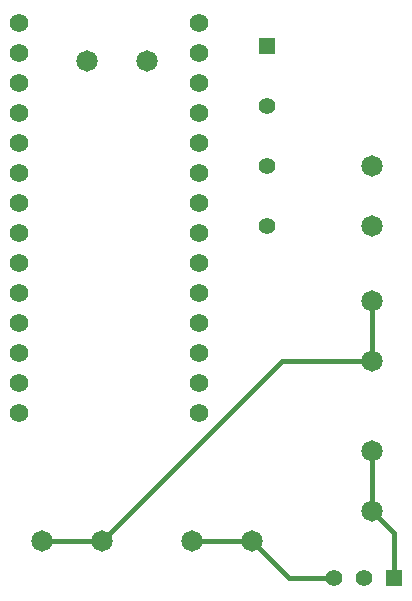
<source format=gbl>
G75*
%MOIN*%
%OFA0B0*%
%FSLAX25Y25*%
%IPPOS*%
%LPD*%
%AMOC8*
5,1,8,0,0,1.08239X$1,22.5*
%
%ADD10C,0.07124*%
%ADD11R,0.05550X0.05550*%
%ADD12C,0.05550*%
%ADD13C,0.06200*%
%ADD14C,0.01600*%
D10*
X0021000Y0021000D03*
X0041000Y0021000D03*
X0071000Y0021000D03*
X0091000Y0021000D03*
X0131000Y0031000D03*
X0131000Y0051000D03*
X0131000Y0081000D03*
X0131000Y0101000D03*
X0131000Y0126000D03*
X0131000Y0146000D03*
X0056000Y0181000D03*
X0036000Y0181000D03*
D11*
X0096000Y0186000D03*
X0138500Y0008500D03*
D12*
X0128500Y0008500D03*
X0118500Y0008500D03*
X0096000Y0126000D03*
X0096000Y0146000D03*
X0096000Y0166000D03*
D13*
X0073500Y0163500D03*
X0073500Y0153500D03*
X0073500Y0143500D03*
X0073500Y0133500D03*
X0073500Y0123500D03*
X0073500Y0113500D03*
X0073500Y0103500D03*
X0073500Y0093500D03*
X0073500Y0083500D03*
X0073500Y0073500D03*
X0073500Y0063500D03*
X0013500Y0063500D03*
X0013500Y0073500D03*
X0013500Y0083500D03*
X0013500Y0093500D03*
X0013500Y0103500D03*
X0013500Y0113500D03*
X0013500Y0123500D03*
X0013500Y0133500D03*
X0013500Y0143500D03*
X0013500Y0153500D03*
X0013500Y0163500D03*
X0013500Y0173500D03*
X0013500Y0183500D03*
X0013500Y0193500D03*
X0073500Y0193500D03*
X0073500Y0183500D03*
X0073500Y0173500D03*
D14*
X0131000Y0101000D02*
X0131000Y0081000D01*
X0101000Y0081000D01*
X0041000Y0021000D01*
X0021000Y0021000D01*
X0071000Y0021000D02*
X0091000Y0021000D01*
X0103500Y0008500D01*
X0118500Y0008500D01*
X0138500Y0023500D02*
X0131000Y0031000D01*
X0131000Y0051000D01*
X0138500Y0023500D02*
X0138500Y0008500D01*
M02*

</source>
